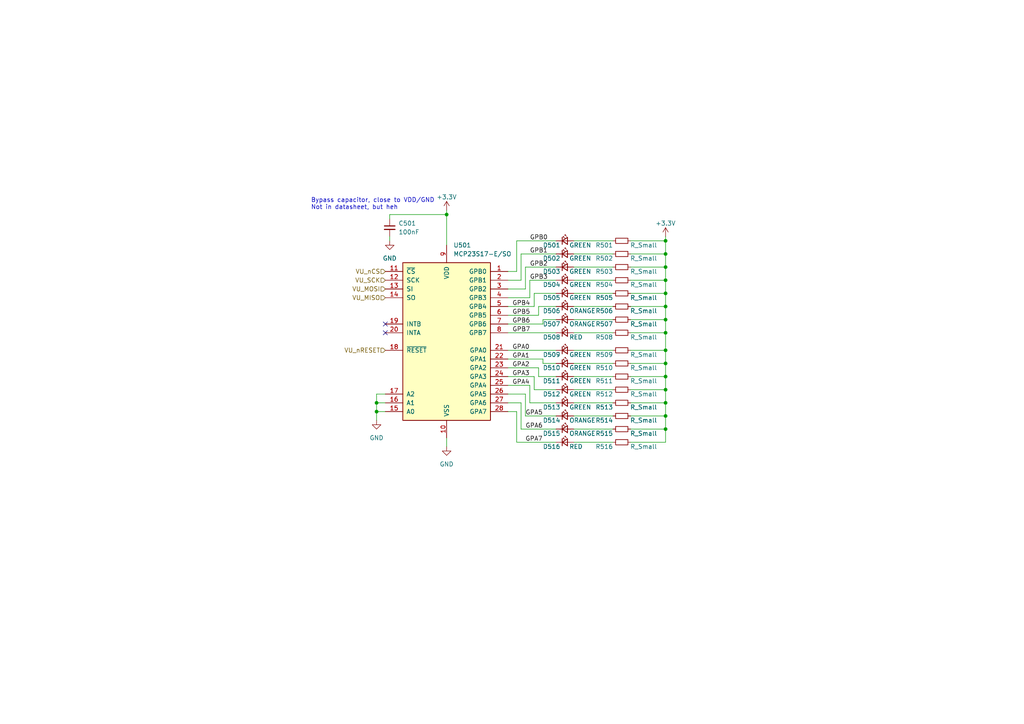
<source format=kicad_sch>
(kicad_sch (version 20230121) (generator eeschema)
  (paper "A4")
  (lib_symbols
    (symbol "Device:C_Small" (pin_numbers hide) (pin_names (offset 0.254) hide)
      (property "Reference" "C" (at 0.254 1.778 0))
      (property "Value" "C_Small" (at 0.254 -2.032 0))
      (symbol "C_Small_0_1"
        (polyline (pts (xy -1.524 -0.508) (xy 1.524 -0.508)) (stroke (width 0.3302)))
        (polyline (pts (xy -1.524 0.508) (xy 1.524 0.508)) (stroke (width 0.3048)))
      )
      (symbol "C_Small_1_1"
        (pin passive line (at 0 2.54 270) (length 2.032) (name "~") (number "1"))
        (pin passive line (at 0 -2.54 90) (length 2.032) (name "~") (number "2"))
      )
    )
    (symbol "Device:LED_Small" (pin_numbers hide) (pin_names (offset 0.254) hide)
      (property "Reference" "D" (at -1.27 3.175 0))
      (property "Value" "LED_Small" (at -4.445 -2.54 0))
      (symbol "LED_Small_0_1"
        (polyline (pts (xy -0.762 -1.016) (xy -0.762 1.016)) (stroke (width 0.254)))
        (polyline (pts (xy 1.016 0) (xy -0.762 0)))
        (polyline (pts (xy 0.762 -1.016) (xy -0.762 0) (xy 0.762 1.016) (xy 0.762 -1.016)) (stroke (width 0.254)))
        (polyline (pts (xy 0 0.762) (xy -0.508 1.27) (xy -0.254 1.27) (xy -0.508 1.27) (xy -0.508 1.016)))
        (polyline (pts (xy 0.508 1.27) (xy 0 1.778) (xy 0.254 1.778) (xy 0 1.778) (xy 0 1.524)))
      )
      (symbol "LED_Small_1_1"
        (pin passive line (at -2.54 0 0) (length 1.778) (name "K") (number "1"))
        (pin passive line (at 2.54 0 180) (length 1.778) (name "A") (number "2"))
      )
    )
    (symbol "Device:R_Small" (pin_numbers hide) (pin_names (offset 0.254) hide)
      (property "Reference" "R" (at 0.762 0.508 0))
      (property "Value" "R_Small" (at 0.762 -1.016 0))
      (symbol "R_Small_0_1"
        (rectangle (start -0.762 1.778) (end 0.762 -1.778) (stroke (width 0.2032)))
      )
      (symbol "R_Small_1_1"
        (pin passive line (at 0 2.54 270) (length 0.762) (name "~") (number "1"))
        (pin passive line (at 0 -2.54 90) (length 0.762) (name "~") (number "2"))
      )
    )
    (symbol "Interface_Expansion:MCP23S17_SO" (pin_names (offset 1.016))
      (property "Reference" "U" (at -11.43 24.13 0))
      (property "Value" "MCP23S17_SO" (at 0 0 0))
      (symbol "MCP23S17_SO_0_1"
        (rectangle (start -12.7 22.86) (end 12.7 -22.86) (stroke (width 0.254)) (fill (type background)))
      )
      (symbol "MCP23S17_SO_1_1"
        (pin bidirectional line (at 17.78 20.32 180) (length 5.08) (name "GPB0") (number "1"))
        (pin power_in line (at 0 -27.94 90) (length 5.08) (name "VSS") (number "10"))
        (pin input line (at -17.78 20.32 0) (length 5.08) (name "~{CS}") (number "11"))
        (pin input line (at -17.78 17.78 0) (length 5.08) (name "SCK") (number "12"))
        (pin input line (at -17.78 15.24 0) (length 5.08) (name "SI") (number "13"))
        (pin output line (at -17.78 12.7 0) (length 5.08) (name "SO") (number "14"))
        (pin input line (at -17.78 -20.32 0) (length 5.08) (name "A0") (number "15"))
        (pin input line (at -17.78 -17.78 0) (length 5.08) (name "A1") (number "16"))
        (pin input line (at -17.78 -15.24 0) (length 5.08) (name "A2") (number "17"))
        (pin input line (at -17.78 -2.54 0) (length 5.08) (name "~{RESET}") (number "18"))
        (pin tri_state line (at -17.78 5.08 0) (length 5.08) (name "INTB") (number "19"))
        (pin bidirectional line (at 17.78 17.78 180) (length 5.08) (name "GPB1") (number "2"))
        (pin tri_state line (at -17.78 2.54 0) (length 5.08) (name "INTA") (number "20"))
        (pin bidirectional line (at 17.78 -2.54 180) (length 5.08) (name "GPA0") (number "21"))
        (pin bidirectional line (at 17.78 -5.08 180) (length 5.08) (name "GPA1") (number "22"))
        (pin bidirectional line (at 17.78 -7.62 180) (length 5.08) (name "GPA2") (number "23"))
        (pin bidirectional line (at 17.78 -10.16 180) (length 5.08) (name "GPA3") (number "24"))
        (pin bidirectional line (at 17.78 -12.7 180) (length 5.08) (name "GPA4") (number "25"))
        (pin bidirectional line (at 17.78 -15.24 180) (length 5.08) (name "GPA5") (number "26"))
        (pin bidirectional line (at 17.78 -17.78 180) (length 5.08) (name "GPA6") (number "27"))
        (pin bidirectional line (at 17.78 -20.32 180) (length 5.08) (name "GPA7") (number "28"))
        (pin bidirectional line (at 17.78 15.24 180) (length 5.08) (name "GPB2") (number "3"))
        (pin bidirectional line (at 17.78 12.7 180) (length 5.08) (name "GPB3") (number "4"))
        (pin bidirectional line (at 17.78 10.16 180) (length 5.08) (name "GPB4") (number "5"))
        (pin bidirectional line (at 17.78 7.62 180) (length 5.08) (name "GPB5") (number "6"))
        (pin bidirectional line (at 17.78 5.08 180) (length 5.08) (name "GPB6") (number "7"))
        (pin bidirectional line (at 17.78 2.54 180) (length 5.08) (name "GPB7") (number "8"))
        (pin power_in line (at 0 27.94 270) (length 5.08) (name "VDD") (number "9"))
      )
    )
    (symbol "power:+3.3V" (power) (pin_names (offset 0))
      (property "Value" "+3.3V" (at 0 3.556 0))
      (symbol "+3.3V_0_1"
        (polyline (pts (xy -0.762 1.27) (xy 0 2.54)))
        (polyline (pts (xy 0 0) (xy 0 2.54)))
        (polyline (pts (xy 0 2.54) (xy 0.762 1.27)))
      )
      (symbol "+3.3V_1_1"
        (pin power_in line (at 0 0 90) (length 0) hide (name "+3.3V") (number "1"))
      )
    )
    (symbol "power:GND" (power) (pin_names (offset 0))
      (property "Value" "GND" (at 0 -3.81 0))
      (symbol "GND_0_1"
        (polyline (pts (xy 0 0) (xy 0 -1.27) (xy 1.27 -1.27) (xy 0 -2.54) (xy -1.27 -1.27) (xy 0 -1.27)))
      )
      (symbol "GND_1_1"
        (pin power_in line (at 0 0 270) (length 0) hide (name "GND") (number "1"))
      )
    )
  )
  (junction (at 193.04 105.41))
  (junction (at 193.04 124.46))
  (junction (at 193.04 69.85))
  (junction (at 193.04 73.66))
  (junction (at 129.54 62.23))
  (junction (at 193.04 81.28))
  (junction (at 193.04 85.09))
  (junction (at 193.04 77.47))
  (junction (at 109.22 116.84))
  (junction (at 193.04 101.6))
  (junction (at 109.22 119.38))
  (junction (at 193.04 109.22))
  (junction (at 193.04 92.71))
  (junction (at 193.04 96.52))
  (junction (at 193.04 116.84))
  (junction (at 193.04 88.9))
  (junction (at 193.04 120.65))
  (junction (at 193.04 113.03))
  (no_connect (at 111.76 93.98))
  (no_connect (at 111.76 96.52))
  (wire (pts (xy 193.04 96.52) (xy 193.04 101.6)))
  (wire (pts (xy 193.04 85.09) (xy 193.04 81.28)))
  (wire (pts (xy 182.88 85.09) (xy 193.04 85.09)))
  (wire (pts (xy 182.88 77.47) (xy 193.04 77.47)))
  (wire (pts (xy 147.32 96.52) (xy 161.29 96.52)))
  (wire (pts (xy 166.37 88.9) (xy 177.8 88.9)))
  (wire (pts (xy 161.29 120.65) (xy 152.4 120.65)))
  (wire (pts (xy 109.22 116.84) (xy 111.76 116.84)))
  (wire (pts (xy 166.37 85.09) (xy 177.8 85.09)))
  (wire (pts (xy 166.37 92.71) (xy 177.8 92.71)))
  (wire (pts (xy 193.04 109.22) (xy 193.04 113.03)))
  (wire (pts (xy 113.03 68.58) (xy 113.03 69.85)))
  (wire (pts (xy 161.29 109.22) (xy 156.21 109.22)))
  (wire (pts (xy 109.22 116.84) (xy 109.22 114.3)))
  (wire (pts (xy 166.37 105.41) (xy 177.8 105.41)))
  (wire (pts (xy 153.67 86.36) (xy 153.67 81.28)))
  (wire (pts (xy 129.54 127) (xy 129.54 129.54)))
  (wire (pts (xy 161.29 92.71) (xy 157.48 92.71)))
  (wire (pts (xy 182.88 116.84) (xy 193.04 116.84)))
  (wire (pts (xy 147.32 101.6) (xy 161.29 101.6)))
  (wire (pts (xy 151.13 81.28) (xy 147.32 81.28)))
  (wire (pts (xy 193.04 73.66) (xy 182.88 73.66)))
  (wire (pts (xy 166.37 113.03) (xy 177.8 113.03)))
  (wire (pts (xy 156.21 106.68) (xy 147.32 106.68)))
  (wire (pts (xy 193.04 101.6) (xy 193.04 105.41)))
  (wire (pts (xy 193.04 69.85) (xy 182.88 69.85)))
  (wire (pts (xy 113.03 63.5) (xy 113.03 62.23)))
  (wire (pts (xy 157.48 104.14) (xy 147.32 104.14)))
  (wire (pts (xy 147.32 88.9) (xy 154.94 88.9)))
  (wire (pts (xy 161.29 128.27) (xy 149.86 128.27)))
  (wire (pts (xy 129.54 62.23) (xy 129.54 71.12)))
  (wire (pts (xy 151.13 124.46) (xy 161.29 124.46)))
  (wire (pts (xy 193.04 69.85) (xy 193.04 73.66)))
  (wire (pts (xy 166.37 69.85) (xy 177.8 69.85)))
  (wire (pts (xy 149.86 78.74) (xy 149.86 69.85)))
  (wire (pts (xy 182.88 124.46) (xy 193.04 124.46)))
  (wire (pts (xy 193.04 96.52) (xy 182.88 96.52)))
  (wire (pts (xy 166.37 109.22) (xy 177.8 109.22)))
  (wire (pts (xy 157.48 105.41) (xy 157.48 104.14)))
  (wire (pts (xy 193.04 92.71) (xy 193.04 88.9)))
  (wire (pts (xy 149.86 128.27) (xy 149.86 119.38)))
  (wire (pts (xy 156.21 91.44) (xy 147.32 91.44)))
  (wire (pts (xy 193.04 77.47) (xy 193.04 73.66)))
  (wire (pts (xy 193.04 77.47) (xy 193.04 81.28)))
  (wire (pts (xy 152.4 77.47) (xy 152.4 83.82)))
  (wire (pts (xy 193.04 68.58) (xy 193.04 69.85)))
  (wire (pts (xy 152.4 120.65) (xy 152.4 114.3)))
  (wire (pts (xy 193.04 124.46) (xy 193.04 120.65)))
  (wire (pts (xy 193.04 88.9) (xy 182.88 88.9)))
  (wire (pts (xy 153.67 116.84) (xy 153.67 111.76)))
  (wire (pts (xy 109.22 121.92) (xy 109.22 119.38)))
  (wire (pts (xy 109.22 119.38) (xy 111.76 119.38)))
  (wire (pts (xy 166.37 77.47) (xy 177.8 77.47)))
  (wire (pts (xy 152.4 114.3) (xy 147.32 114.3)))
  (wire (pts (xy 147.32 93.98) (xy 157.48 93.98)))
  (wire (pts (xy 166.37 116.84) (xy 177.8 116.84)))
  (wire (pts (xy 166.37 120.65) (xy 177.8 120.65)))
  (wire (pts (xy 157.48 92.71) (xy 157.48 93.98)))
  (wire (pts (xy 113.03 62.23) (xy 129.54 62.23)))
  (wire (pts (xy 193.04 124.46) (xy 193.04 128.27)))
  (wire (pts (xy 193.04 105.41) (xy 182.88 105.41)))
  (wire (pts (xy 153.67 81.28) (xy 161.29 81.28)))
  (wire (pts (xy 147.32 78.74) (xy 149.86 78.74)))
  (wire (pts (xy 193.04 120.65) (xy 182.88 120.65)))
  (wire (pts (xy 109.22 119.38) (xy 109.22 116.84)))
  (wire (pts (xy 161.29 73.66) (xy 151.13 73.66)))
  (wire (pts (xy 153.67 111.76) (xy 147.32 111.76)))
  (wire (pts (xy 166.37 96.52) (xy 177.8 96.52)))
  (wire (pts (xy 193.04 92.71) (xy 193.04 96.52)))
  (wire (pts (xy 109.22 114.3) (xy 111.76 114.3)))
  (wire (pts (xy 182.88 92.71) (xy 193.04 92.71)))
  (wire (pts (xy 166.37 81.28) (xy 177.8 81.28)))
  (wire (pts (xy 149.86 119.38) (xy 147.32 119.38)))
  (wire (pts (xy 149.86 69.85) (xy 161.29 69.85)))
  (wire (pts (xy 182.88 109.22) (xy 193.04 109.22)))
  (wire (pts (xy 161.29 105.41) (xy 157.48 105.41)))
  (wire (pts (xy 161.29 113.03) (xy 154.94 113.03)))
  (wire (pts (xy 151.13 116.84) (xy 151.13 124.46)))
  (wire (pts (xy 193.04 128.27) (xy 182.88 128.27)))
  (wire (pts (xy 156.21 88.9) (xy 156.21 91.44)))
  (wire (pts (xy 166.37 101.6) (xy 177.8 101.6)))
  (wire (pts (xy 154.94 109.22) (xy 147.32 109.22)))
  (wire (pts (xy 166.37 73.66) (xy 177.8 73.66)))
  (wire (pts (xy 193.04 116.84) (xy 193.04 120.65)))
  (wire (pts (xy 147.32 116.84) (xy 151.13 116.84)))
  (wire (pts (xy 193.04 101.6) (xy 182.88 101.6)))
  (wire (pts (xy 166.37 128.27) (xy 177.8 128.27)))
  (wire (pts (xy 161.29 77.47) (xy 152.4 77.47)))
  (wire (pts (xy 161.29 116.84) (xy 153.67 116.84)))
  (wire (pts (xy 193.04 85.09) (xy 193.04 88.9)))
  (wire (pts (xy 193.04 81.28) (xy 182.88 81.28)))
  (wire (pts (xy 161.29 88.9) (xy 156.21 88.9)))
  (wire (pts (xy 166.37 124.46) (xy 177.8 124.46)))
  (wire (pts (xy 147.32 86.36) (xy 153.67 86.36)))
  (wire (pts (xy 154.94 113.03) (xy 154.94 109.22)))
  (wire (pts (xy 193.04 116.84) (xy 193.04 113.03)))
  (wire (pts (xy 193.04 109.22) (xy 193.04 105.41)))
  (wire (pts (xy 154.94 85.09) (xy 154.94 88.9)))
  (wire (pts (xy 156.21 109.22) (xy 156.21 106.68)))
  (wire (pts (xy 152.4 83.82) (xy 147.32 83.82)))
  (wire (pts (xy 193.04 113.03) (xy 182.88 113.03)))
  (wire (pts (xy 161.29 85.09) (xy 154.94 85.09)))
  (wire (pts (xy 129.54 60.96) (xy 129.54 62.23)))
  (wire (pts (xy 151.13 73.66) (xy 151.13 81.28)))
  (text "Bypass capacitor, close to VDD/GND\nNot in datasheet, but heh" (at 90.17 60.96 0) (effects (font (size 1.27 1.27)) (justify left bottom)))
  (label "GPA1" (at 148.59 104.14 0))
  (label "GPB4" (at 148.59 88.9 0))
  (label "GPA3" (at 148.59 109.22 0))
  (label "GPA5" (at 152.4 120.65 0))
  (label "GPB1" (at 153.67 73.66 0))
  (label "GPA0" (at 148.59 101.6 0))
  (label "GPA4" (at 148.59 111.76 0))
  (label "GPB6" (at 148.59 93.98 0))
  (label "GPA7" (at 152.3679 128.27 0))
  (label "GPB0" (at 153.67 69.85 0))
  (label "GPB5" (at 148.59 91.44 0))
  (label "GPB3" (at 153.67 81.28 0))
  (label "GPB2" (at 153.67 77.47 0))
  (label "GPA2" (at 148.59 106.68 0))
  (label "GPB7" (at 148.59 96.52 0))
  (label "GPA6" (at 152.4 124.46 0))
  (hierarchical_label "VU_nRESET" (shape input) (at 111.76 101.6 180))
  (hierarchical_label "VU_nCS" (shape input) (at 111.76 78.74 180))
  (hierarchical_label "VU_SCK" (shape input) (at 111.76 81.28 180))
  (hierarchical_label "VU_MISO" (shape input) (at 111.76 86.36 180))
  (hierarchical_label "VU_MOSI" (shape input) (at 111.76 83.82 180))
  (symbol (lib_id "Device:C_Small") (at 113.03 66.04 0) (unit 1)
    (property "Reference" "C501" (at 115.57 64.7763 0) (effects (justify left)))
    (property "Value" "100nF" (at 115.57 67.3163 0) (effects (justify left)))
    (property "Footprint" "Capacitor_SMD:C_0402_1005Metric" (effects hide))
  )
  (symbol (lib_id "Device:LED_Small") (at 163.83 69.85 0) (unit 1)
    (property "Reference" "D501" (at 162.56 71.12 0) (effects (justify right)))
    (property "Value" "GREEN" (at 165.1 71.12 0) (effects (justify left)))
    (property "Footprint" "LED_SMD:LED_0603_1608Metric" (effects hide))
  )
  (symbol (lib_id "Device:R_Small") (at 180.34 88.9 90) (unit 1)
    (property "Reference" "R506" (at 175.26 90.17 90))
    (property "Value" "R_Small" (at 186.69 90.17 90))
    (property "Footprint" "Resistor_SMD:R_0603_1608Metric" (effects hide))
  )
  (symbol (lib_id "Device:LED_Small") (at 163.83 128.27 0) (unit 1)
    (property "Reference" "D516" (at 162.56 129.54 0) (effects (justify right)))
    (property "Value" "RED" (at 165.1 129.54 0) (effects (justify left)))
    (property "Footprint" "LED_SMD:LED_0603_1608Metric" (effects hide))
  )
  (symbol (lib_id "Device:R_Small") (at 180.34 69.85 90) (unit 1)
    (property "Reference" "R501" (at 175.26 71.12 90))
    (property "Value" "R_Small" (at 186.69 71.12 90))
    (property "Footprint" "Resistor_SMD:R_0603_1608Metric" (effects hide))
  )
  (symbol (lib_id "Device:LED_Small") (at 163.83 120.65 0) (unit 1)
    (property "Reference" "D514" (at 162.56 121.92 0) (effects (justify right)))
    (property "Value" "ORANGE" (at 165.1 121.92 0) (effects (justify left)))
    (property "Footprint" "LED_SMD:LED_0603_1608Metric" (effects hide))
  )
  (symbol (lib_id "Device:LED_Small") (at 163.83 101.6 0) (unit 1)
    (property "Reference" "D509" (at 162.56 102.87 0) (effects (justify right)))
    (property "Value" "GREEN" (at 165.1 102.87 0) (effects (justify left)))
    (property "Footprint" "LED_SMD:LED_0603_1608Metric" (effects hide))
  )
  (symbol (lib_id "Device:R_Small") (at 180.34 96.52 90) (unit 1)
    (property "Reference" "R508" (at 175.26 97.79 90))
    (property "Value" "R_Small" (at 186.69 97.79 90))
    (property "Footprint" "Resistor_SMD:R_0603_1608Metric" (effects hide))
  )
  (symbol (lib_id "Device:R_Small") (at 180.34 81.28 90) (unit 1)
    (property "Reference" "R504" (at 175.26 82.55 90))
    (property "Value" "R_Small" (at 186.69 82.55 90))
    (property "Footprint" "Resistor_SMD:R_0603_1608Metric" (effects hide))
  )
  (symbol (lib_id "power:GND") (at 113.03 69.85 0) (unit 1)
    (property "Reference" "#PWR0505" (effects hide))
    (property "Value" "GND" (at 113.03 74.93 0))
  )
  (symbol (lib_id "Device:R_Small") (at 180.34 77.47 90) (unit 1)
    (property "Reference" "R503" (at 175.26 78.74 90))
    (property "Value" "R_Small" (at 186.69 78.74 90))
    (property "Footprint" "Resistor_SMD:R_0603_1608Metric" (effects hide))
  )
  (symbol (lib_id "Device:LED_Small") (at 163.83 124.46 0) (unit 1)
    (property "Reference" "D515" (at 162.56 125.73 0) (effects (justify right)))
    (property "Value" "ORANGE" (at 165.1 125.73 0) (effects (justify left)))
    (property "Footprint" "LED_SMD:LED_0603_1608Metric" (effects hide))
  )
  (symbol (lib_id "Device:R_Small") (at 180.34 113.03 90) (unit 1)
    (property "Reference" "R512" (at 175.26 114.3 90))
    (property "Value" "R_Small" (at 186.69 114.3 90))
    (property "Footprint" "Resistor_SMD:R_0603_1608Metric" (effects hide))
  )
  (symbol (lib_id "Device:LED_Small") (at 163.83 88.9 0) (unit 1)
    (property "Reference" "D506" (at 162.56 90.17 0) (effects (justify right)))
    (property "Value" "ORANGE" (at 165.1 90.17 0) (effects (justify left)))
    (property "Footprint" "LED_SMD:LED_0603_1608Metric" (effects hide))
  )
  (symbol (lib_id "Device:LED_Small") (at 163.83 81.28 0) (unit 1)
    (property "Reference" "D504" (at 162.56 82.55 0) (effects (justify right)))
    (property "Value" "GREEN" (at 165.1 82.55 0) (effects (justify left)))
    (property "Footprint" "LED_SMD:LED_0603_1608Metric" (effects hide))
  )
  (symbol (lib_id "Device:LED_Small") (at 163.83 73.66 0) (unit 1)
    (property "Reference" "D502" (at 162.56 74.93 0) (effects (justify right)))
    (property "Value" "GREEN" (at 165.1 74.93 0) (effects (justify left)))
    (property "Footprint" "LED_SMD:LED_0603_1608Metric" (effects hide))
  )
  (symbol (lib_id "Device:R_Small") (at 180.34 92.71 90) (unit 1)
    (property "Reference" "R507" (at 175.26 93.98 90))
    (property "Value" "R_Small" (at 186.69 93.98 90))
    (property "Footprint" "Resistor_SMD:R_0603_1608Metric" (effects hide))
  )
  (symbol (lib_id "Device:LED_Small") (at 163.83 105.41 0) (unit 1)
    (property "Reference" "D510" (at 162.56 106.68 0) (effects (justify right)))
    (property "Value" "GREEN" (at 165.1 106.68 0) (effects (justify left)))
    (property "Footprint" "LED_SMD:LED_0603_1608Metric" (effects hide))
  )
  (symbol (lib_id "Device:LED_Small") (at 163.83 77.47 0) (unit 1)
    (property "Reference" "D503" (at 162.56 78.74 0) (effects (justify right)))
    (property "Value" "GREEN" (at 165.1 78.74 0) (effects (justify left)))
    (property "Footprint" "LED_SMD:LED_0603_1608Metric" (effects hide))
  )
  (symbol (lib_id "power:+3.3V") (at 129.54 60.96 0) (unit 1)
    (property "Reference" "#PWR0201" (effects hide))
    (property "Value" "+3.3V" (at 129.54 57.15 0))
    (instances (project "audio_iface" (path "" (reference "#PWR0201") (unit 1)) (path "" (reference "#PWR0504") (unit 1))))
  )
  (symbol (lib_id "Device:LED_Small") (at 163.83 116.84 0) (unit 1)
    (property "Reference" "D513" (at 162.56 118.11 0) (effects (justify right)))
    (property "Value" "GREEN" (at 165.1 118.11 0) (effects (justify left)))
    (property "Footprint" "LED_SMD:LED_0603_1608Metric" (effects hide))
  )
  (symbol (lib_id "Device:LED_Small") (at 163.83 92.71 0) (unit 1)
    (property "Reference" "D507" (at 162.56 93.98 0) (effects (justify right)))
    (property "Value" "ORANGE" (at 165.1 93.98 0) (effects (justify left)))
    (property "Footprint" "LED_SMD:LED_0603_1608Metric" (effects hide))
  )
  (symbol (lib_id "Device:LED_Small") (at 163.83 109.22 0) (unit 1)
    (property "Reference" "D511" (at 162.56 110.49 0) (effects (justify right)))
    (property "Value" "GREEN" (at 165.1 110.49 0) (effects (justify left)))
    (property "Footprint" "LED_SMD:LED_0603_1608Metric" (effects hide))
  )
  (symbol (lib_id "Device:LED_Small") (at 163.83 96.52 0) (unit 1)
    (property "Reference" "D508" (at 162.56 97.79 0) (effects (justify right)))
    (property "Value" "RED" (at 165.1 97.79 0) (effects (justify left)))
    (property "Footprint" "LED_SMD:LED_0603_1608Metric" (effects hide))
  )
  (symbol (lib_id "Interface_Expansion:MCP23S17_SO") (at 129.54 99.06 0) (unit 1)
    (property "Reference" "U501" (at 131.4959 71.12 0) (effects (justify left)))
    (property "Value" "MCP23S17-E/SO" (at 131.4959 73.66 0) (effects (justify left)))
    (property "Footprint" "Package_SO:SOIC-28W_7.5x17.9mm_P1.27mm" (effects hide))
    (property "Datasheet" "http://ww1.microchip.com/downloads/en/DeviceDoc/20001952C.pdf" (effects hide))
    (property "LCSC Part" "C145413" (effects hide))
  )
  (symbol (lib_id "power:GND") (at 129.54 129.54 0) (mirror y) (unit 1)
    (property "Reference" "#PWR0502" (effects hide))
    (property "Value" "GND" (at 129.54 134.62 0))
  )
  (symbol (lib_id "Device:LED_Small") (at 163.83 113.03 0) (unit 1)
    (property "Reference" "D512" (at 162.56 114.3 0) (effects (justify right)))
    (property "Value" "GREEN" (at 165.1 114.3 0) (effects (justify left)))
    (property "Footprint" "LED_SMD:LED_0603_1608Metric" (effects hide))
  )
  (symbol (lib_id "Device:R_Small") (at 180.34 73.66 90) (unit 1)
    (property "Reference" "R502" (at 175.26 74.93 90))
    (property "Value" "R_Small" (at 186.69 74.93 90))
    (property "Footprint" "Resistor_SMD:R_0603_1608Metric" (effects hide))
  )
  (symbol (lib_id "power:GND") (at 109.22 121.92 0) (unit 1)
    (property "Reference" "#PWR0501" (effects hide))
    (property "Value" "GND" (at 109.22 127 0))
  )
  (symbol (lib_id "Device:R_Small") (at 180.34 124.46 90) (unit 1)
    (property "Reference" "R515" (at 175.26 125.73 90))
    (property "Value" "R_Small" (at 186.69 125.73 90))
    (property "Footprint" "Resistor_SMD:R_0603_1608Metric" (effects hide))
  )
  (symbol (lib_id "Device:R_Small") (at 180.34 85.09 90) (unit 1)
    (property "Reference" "R505" (at 175.26 86.36 90))
    (property "Value" "R_Small" (at 186.69 86.36 90))
    (property "Footprint" "Resistor_SMD:R_0603_1608Metric" (effects hide))
  )
  (symbol (lib_id "Device:LED_Small") (at 163.83 85.09 0) (unit 1)
    (property "Reference" "D505" (at 162.56 86.36 0) (effects (justify right)))
    (property "Value" "GREEN" (at 165.1 86.36 0) (effects (justify left)))
    (property "Footprint" "LED_SMD:LED_0603_1608Metric" (effects hide))
  )
  (symbol (lib_id "Device:R_Small") (at 180.34 101.6 90) (unit 1)
    (property "Reference" "R509" (at 175.26 102.87 90))
    (property "Value" "R_Small" (at 186.69 102.87 90))
    (property "Footprint" "Resistor_SMD:R_0603_1608Metric" (effects hide))
  )
  (symbol (lib_id "power:+3.3V") (at 193.04 68.58 0) (unit 1)
    (property "Reference" "#PWR0201" (effects hide))
    (property "Value" "+3.3V" (at 193.04 64.77 0))
    (instances (project "audio_iface" (path "" (reference "#PWR0201") (unit 1)) (path "" (reference "#PWR0503") (unit 1))))
  )
  (symbol (lib_id "Device:R_Small") (at 180.34 120.65 90) (unit 1)
    (property "Reference" "R514" (at 175.26 121.92 90))
    (property "Value" "R_Small" (at 186.69 121.92 90))
    (property "Footprint" "Resistor_SMD:R_0603_1608Metric" (effects hide))
  )
  (symbol (lib_id "Device:R_Small") (at 180.34 116.84 90) (unit 1)
    (property "Reference" "R513" (at 175.26 118.11 90))
    (property "Value" "R_Small" (at 186.69 118.11 90))
    (property "Footprint" "Resistor_SMD:R_0603_1608Metric" (effects hide))
  )
  (symbol (lib_id "Device:R_Small") (at 180.34 109.22 90) (unit 1)
    (property "Reference" "R511" (at 175.26 110.49 90))
    (property "Value" "R_Small" (at 186.69 110.49 90))
    (property "Footprint" "Resistor_SMD:R_0603_1608Metric" (effects hide))
  )
  (symbol (lib_id "Device:R_Small") (at 180.34 105.41 90) (unit 1)
    (property "Reference" "R510" (at 175.26 106.68 90))
    (property "Value" "R_Small" (at 186.69 106.68 90))
    (property "Footprint" "Resistor_SMD:R_0603_1608Metric" (effects hide))
  )
  (symbol (lib_id "Device:R_Small") (at 180.34 128.27 90) (unit 1)
    (property "Reference" "R516" (at 175.26 129.54 90))
    (property "Value" "R_Small" (at 186.69 129.54 90))
    (property "Footprint" "Resistor_SMD:R_0603_1608Metric" (effects hide))
  )
)
</source>
